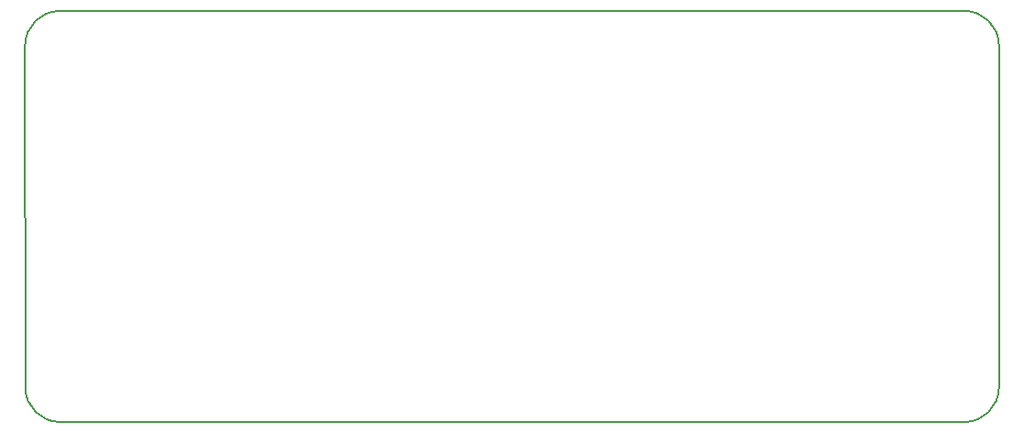
<source format=gbr>
%TF.GenerationSoftware,KiCad,Pcbnew,7.0.2*%
%TF.CreationDate,2023-08-09T10:06:04-03:00*%
%TF.ProjectId,PCB_Incendio,5043425f-496e-4636-956e-64696f2e6b69,rev?*%
%TF.SameCoordinates,Original*%
%TF.FileFunction,Profile,NP*%
%FSLAX46Y46*%
G04 Gerber Fmt 4.6, Leading zero omitted, Abs format (unit mm)*
G04 Created by KiCad (PCBNEW 7.0.2) date 2023-08-09 10:06:04*
%MOMM*%
%LPD*%
G01*
G04 APERTURE LIST*
%TA.AperFunction,Profile*%
%ADD10C,0.127000*%
%TD*%
G04 APERTURE END LIST*
D10*
X145275671Y-90814329D02*
X145255671Y-59185671D01*
X232090000Y-94010000D02*
X148465671Y-94004329D01*
X235280000Y-59180000D02*
X235280000Y-90820000D01*
X148445671Y-55995671D02*
X232090000Y-55990000D01*
X232090000Y-94010000D02*
G75*
G03*
X235280000Y-90820000I1J3189999D01*
G01*
X235280000Y-59180000D02*
G75*
G03*
X232090000Y-55990000I-3189999J1D01*
G01*
X145275671Y-90814329D02*
G75*
G03*
X148465671Y-94004329I3189999J-1D01*
G01*
X148445671Y-55995671D02*
G75*
G03*
X145255671Y-59185671I0J-3190000D01*
G01*
M02*

</source>
